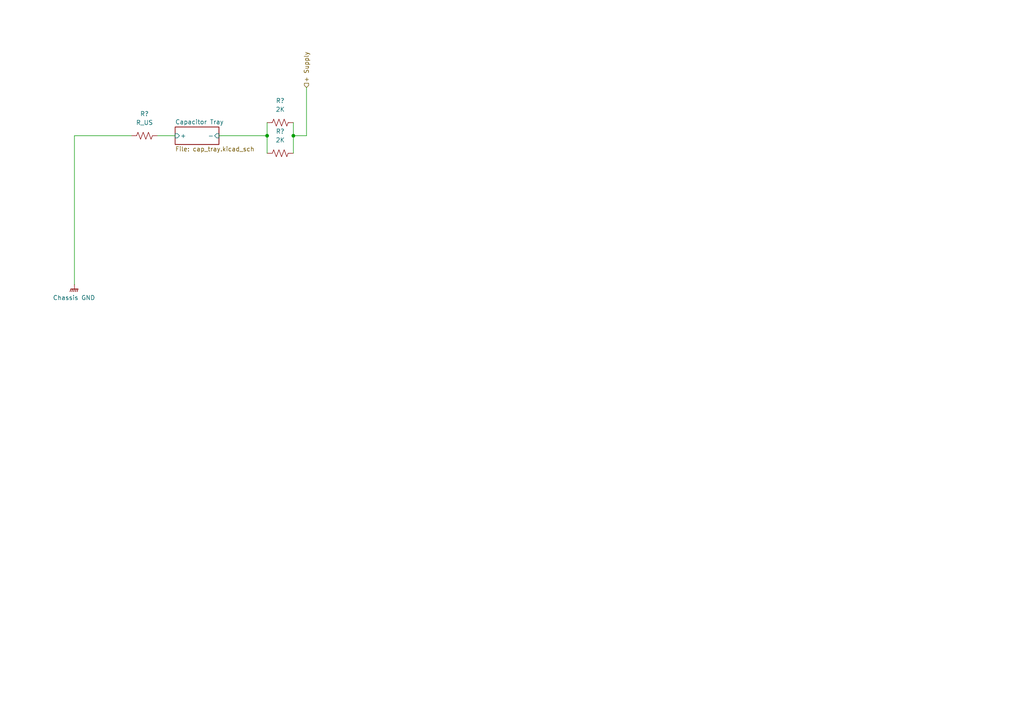
<source format=kicad_sch>
(kicad_sch (version 20231120) (generator "eeschema") (generator_version "8.0")
  (paper "A4")
  (lib_symbols
    (symbol "Device:R_US" (pin_numbers hide) (pin_names (offset 0))
      (property "Reference" "R" (at 2.54 0 90))
      (property "Value" "R_US" (at -2.54 0 90))
      (symbol "R_US_0_1"
        (polyline (pts (xy 0 -2.286) (xy 0 -2.54)))
        (polyline (pts (xy 0 2.286) (xy 0 2.54)))
        (polyline (pts (xy 0 -0.762) (xy 1.016 -1.143) (xy 0 -1.524) (xy -1.016 -1.905) (xy 0 -2.286)))
        (polyline (pts (xy 0 0.762) (xy 1.016 0.381) (xy 0 0) (xy -1.016 -0.381) (xy 0 -0.762)))
        (polyline (pts (xy 0 2.286) (xy 1.016 1.905) (xy 0 1.524) (xy -1.016 1.143) (xy 0 0.762)))
      )
      (symbol "R_US_1_1"
        (pin passive line (at 0 3.81 270) (length 1.27) (name "~") (number "1"))
        (pin passive line (at 0 -3.81 90) (length 1.27) (name "~") (number "2"))
      )
    )
    (symbol "power:GNDPWR" (power) (pin_numbers hide) (pin_names (offset 0) hide)
      (property "Value" "GNDPWR" (at 0 -3.302 0))
      (symbol "GNDPWR_0_1"
        (polyline (pts (xy 0 -1.27) (xy 0 0)))
        (polyline (pts (xy -1.016 -1.27) (xy -1.27 -2.032) (xy -1.27 -2.032)) (stroke (width 0.2032)))
        (polyline (pts (xy -0.508 -1.27) (xy -0.762 -2.032) (xy -0.762 -2.032)) (stroke (width 0.2032)))
        (polyline (pts (xy 0 -1.27) (xy -0.254 -2.032) (xy -0.254 -2.032)) (stroke (width 0.2032)))
        (polyline (pts (xy 0.508 -1.27) (xy 0.254 -2.032) (xy 0.254 -2.032)) (stroke (width 0.2032)))
        (polyline (pts (xy 1.016 -1.27) (xy -1.016 -1.27) (xy -1.016 -1.27)) (stroke (width 0.2032)))
        (polyline (pts (xy 1.016 -1.27) (xy 0.762 -2.032) (xy 0.762 -2.032) (xy 0.762 -2.032)) (stroke (width 0.2032)))
      )
      (symbol "GNDPWR_1_1"
        (pin power_in line (at 0 0 270) (length 0) (name "~") (number "1"))
      )
    )
  )
  (junction (at 77.47 39.37))
  (junction (at 85.09 39.37))
  (wire (pts (xy 85.09 39.37) (xy 88.9 39.37)))
  (wire (pts (xy 88.9 25.4) (xy 88.9 39.37)))
  (wire (pts (xy 21.59 39.37) (xy 38.1 39.37)))
  (wire (pts (xy 21.59 39.37) (xy 21.59 82.55)))
  (wire (pts (xy 63.5 39.37) (xy 77.47 39.37)))
  (wire (pts (xy 77.47 35.56) (xy 77.47 39.37)))
  (wire (pts (xy 45.72 39.37) (xy 50.8 39.37)))
  (wire (pts (xy 85.09 39.37) (xy 85.09 44.45)))
  (wire (pts (xy 85.09 35.56) (xy 85.09 39.37)))
  (wire (pts (xy 77.47 39.37) (xy 77.47 44.45)))
  (hierarchical_label "+ Supply" (shape input) (at 88.9 25.4 90))
  (symbol (lib_id "Device:R_US") (at 41.91 39.37 90) (unit 1)
    (property "Reference" "R?" (at 41.91 33.02 90))
    (property "Value" "R_US" (at 41.91 35.56 90))
    (property "Description" "Resistor, US symbol" (effects (hide yes)))
  )
  (symbol (lib_id "Device:R_US") (at 81.28 44.45 90) (unit 1)
    (property "Reference" "R?" (at 81.28 38.1 90))
    (property "Value" "2K" (at 81.28 40.64 90))
    (property "Description" "Resistor, US symbol" (effects (hide yes)))
  )
  (symbol (lib_id "power:GNDPWR") (at 21.59 82.55 0) (unit 1)
    (property "Reference" "#PWR01" (effects (hide yes)))
    (property "Value" "Chassis GND" (at 21.463 86.36 0))
    (property "Description" "Power symbol creates a global label with name \"GNDPWR\" , global ground" (effects (hide yes)))
  )
  (symbol (lib_id "Device:R_US") (at 81.28 35.56 90) (unit 1)
    (property "Reference" "R?" (at 81.28 29.21 90))
    (property "Value" "2K" (at 81.28 31.75 90))
    (property "Description" "Resistor, US symbol" (effects (hide yes)))
  )
  (sheet (at 50.8 36.83) (size 12.7 5.08) (stroke (width 0.1524))
    (property "Sheetname" "Capacitor Tray" (at 50.8 36.1184 0) (effects (justify left bottom)))
    (property "Sheetfile" "cap_tray.kicad_sch" (at 50.8 42.4946 0) (effects (justify left top)))
    (pin "-" input (at 63.5 39.37 0))
    (pin "+" input (at 50.8 39.37 180))
  )
)
</source>
